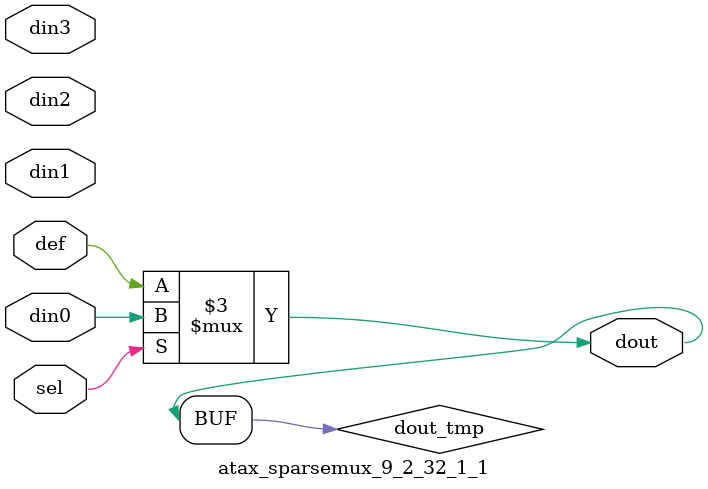
<source format=v>
`timescale 1ns / 1ps

module atax_sparsemux_9_2_32_1_1 (din0,din1,din2,din3,def,sel,dout);

parameter din0_WIDTH = 1;

parameter din1_WIDTH = 1;

parameter din2_WIDTH = 1;

parameter din3_WIDTH = 1;

parameter def_WIDTH = 1;
parameter sel_WIDTH = 1;
parameter dout_WIDTH = 1;

parameter [sel_WIDTH-1:0] CASE0 = 1;

parameter [sel_WIDTH-1:0] CASE1 = 1;

parameter [sel_WIDTH-1:0] CASE2 = 1;

parameter [sel_WIDTH-1:0] CASE3 = 1;

parameter ID = 1;
parameter NUM_STAGE = 1;



input [din0_WIDTH-1:0] din0;

input [din1_WIDTH-1:0] din1;

input [din2_WIDTH-1:0] din2;

input [din3_WIDTH-1:0] din3;

input [def_WIDTH-1:0] def;
input [sel_WIDTH-1:0] sel;

output [dout_WIDTH-1:0] dout;



reg [dout_WIDTH-1:0] dout_tmp;

always @ (*) begin
case (sel)
    
    CASE0 : dout_tmp = din0;
    
    CASE1 : dout_tmp = din1;
    
    CASE2 : dout_tmp = din2;
    
    CASE3 : dout_tmp = din3;
    
    default : dout_tmp = def;
endcase
end


assign dout = dout_tmp;



endmodule

</source>
